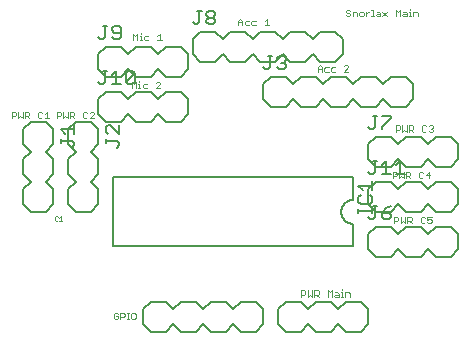
<source format=gto>
G75*
%MOIN*%
%OFA0B0*%
%FSLAX25Y25*%
%IPPOS*%
%LPD*%
%AMOC8*
5,1,8,0,0,1.08239X$1,22.5*
%
%ADD10C,0.00200*%
%ADD11C,0.00800*%
%ADD12C,0.00600*%
%ADD13C,0.00500*%
%ADD14C,0.00100*%
D10*
X0484433Y0077100D02*
X0484433Y0079302D01*
X0485534Y0079302D01*
X0485901Y0078935D01*
X0485901Y0078201D01*
X0485534Y0077834D01*
X0484433Y0077834D01*
X0486643Y0077100D02*
X0487377Y0077834D01*
X0488111Y0077100D01*
X0488111Y0079302D01*
X0488853Y0079302D02*
X0489954Y0079302D01*
X0490321Y0078935D01*
X0490321Y0078201D01*
X0489954Y0077834D01*
X0488853Y0077834D01*
X0488853Y0077100D02*
X0488853Y0079302D01*
X0489587Y0077834D02*
X0490321Y0077100D01*
X0493273Y0077467D02*
X0493640Y0077100D01*
X0494374Y0077100D01*
X0494741Y0077467D01*
X0495483Y0077100D02*
X0496951Y0077100D01*
X0496217Y0077100D02*
X0496217Y0079302D01*
X0495483Y0078568D01*
X0494741Y0078935D02*
X0494374Y0079302D01*
X0493640Y0079302D01*
X0493273Y0078935D01*
X0493273Y0077467D01*
X0499433Y0077100D02*
X0499433Y0079302D01*
X0500534Y0079302D01*
X0500901Y0078935D01*
X0500901Y0078201D01*
X0500534Y0077834D01*
X0499433Y0077834D01*
X0501643Y0077100D02*
X0502377Y0077834D01*
X0503111Y0077100D01*
X0503111Y0079302D01*
X0503853Y0079302D02*
X0504954Y0079302D01*
X0505321Y0078935D01*
X0505321Y0078201D01*
X0504954Y0077834D01*
X0503853Y0077834D01*
X0503853Y0077100D02*
X0503853Y0079302D01*
X0504587Y0077834D02*
X0505321Y0077100D01*
X0508273Y0077467D02*
X0508640Y0077100D01*
X0509374Y0077100D01*
X0509741Y0077467D01*
X0510483Y0077100D02*
X0511951Y0078568D01*
X0511951Y0078935D01*
X0511584Y0079302D01*
X0510850Y0079302D01*
X0510483Y0078935D01*
X0509741Y0078935D02*
X0509374Y0079302D01*
X0508640Y0079302D01*
X0508273Y0078935D01*
X0508273Y0077467D01*
X0510483Y0077100D02*
X0511951Y0077100D01*
X0501643Y0077100D02*
X0501643Y0079302D01*
X0486643Y0079302D02*
X0486643Y0077100D01*
X0524433Y0087100D02*
X0524433Y0089302D01*
X0525167Y0088568D01*
X0525901Y0089302D01*
X0525901Y0087100D01*
X0526643Y0087100D02*
X0527377Y0087100D01*
X0527010Y0087100D02*
X0527010Y0088568D01*
X0526643Y0088568D01*
X0527010Y0089302D02*
X0527010Y0089669D01*
X0528116Y0088201D02*
X0528116Y0087467D01*
X0528483Y0087100D01*
X0529584Y0087100D01*
X0529584Y0088568D02*
X0528483Y0088568D01*
X0528116Y0088201D01*
X0532536Y0088935D02*
X0532903Y0089302D01*
X0533637Y0089302D01*
X0534004Y0088935D01*
X0534004Y0088568D01*
X0532536Y0087100D01*
X0534004Y0087100D01*
X0586433Y0092600D02*
X0586433Y0094068D01*
X0587167Y0094802D01*
X0587901Y0094068D01*
X0587901Y0092600D01*
X0588643Y0092967D02*
X0589010Y0092600D01*
X0590111Y0092600D01*
X0590853Y0092967D02*
X0591220Y0092600D01*
X0592321Y0092600D01*
X0592321Y0094068D02*
X0591220Y0094068D01*
X0590853Y0093701D01*
X0590853Y0092967D01*
X0590111Y0094068D02*
X0589010Y0094068D01*
X0588643Y0093701D01*
X0588643Y0092967D01*
X0587901Y0093701D02*
X0586433Y0093701D01*
X0595273Y0094435D02*
X0595640Y0094802D01*
X0596374Y0094802D01*
X0596741Y0094435D01*
X0596741Y0094068D01*
X0595273Y0092600D01*
X0596741Y0092600D01*
X0534504Y0103100D02*
X0533036Y0103100D01*
X0533770Y0103100D02*
X0533770Y0105302D01*
X0533036Y0104568D01*
X0530084Y0104568D02*
X0528983Y0104568D01*
X0528616Y0104201D01*
X0528616Y0103467D01*
X0528983Y0103100D01*
X0530084Y0103100D01*
X0527877Y0103100D02*
X0527143Y0103100D01*
X0527510Y0103100D02*
X0527510Y0104568D01*
X0527143Y0104568D01*
X0527510Y0105302D02*
X0527510Y0105669D01*
X0526401Y0105302D02*
X0525667Y0104568D01*
X0524933Y0105302D01*
X0524933Y0103100D01*
X0526401Y0103100D02*
X0526401Y0105302D01*
X0559933Y0108100D02*
X0559933Y0109568D01*
X0560667Y0110302D01*
X0561401Y0109568D01*
X0561401Y0108100D01*
X0562143Y0108467D02*
X0562510Y0108100D01*
X0563611Y0108100D01*
X0564353Y0108467D02*
X0564720Y0108100D01*
X0565821Y0108100D01*
X0565821Y0109568D02*
X0564720Y0109568D01*
X0564353Y0109201D01*
X0564353Y0108467D01*
X0563611Y0109568D02*
X0562510Y0109568D01*
X0562143Y0109201D01*
X0562143Y0108467D01*
X0561401Y0109201D02*
X0559933Y0109201D01*
X0568773Y0109568D02*
X0569507Y0110302D01*
X0569507Y0108100D01*
X0568773Y0108100D02*
X0570241Y0108100D01*
X0595933Y0111467D02*
X0596300Y0111100D01*
X0597034Y0111100D01*
X0597401Y0111467D01*
X0597401Y0111834D01*
X0597034Y0112201D01*
X0596300Y0112201D01*
X0595933Y0112568D01*
X0595933Y0112935D01*
X0596300Y0113302D01*
X0597034Y0113302D01*
X0597401Y0112935D01*
X0598143Y0112568D02*
X0599244Y0112568D01*
X0599611Y0112201D01*
X0599611Y0111100D01*
X0600353Y0111467D02*
X0600720Y0111100D01*
X0601454Y0111100D01*
X0601821Y0111467D01*
X0601821Y0112201D01*
X0601454Y0112568D01*
X0600720Y0112568D01*
X0600353Y0112201D01*
X0600353Y0111467D01*
X0598143Y0111100D02*
X0598143Y0112568D01*
X0602563Y0112568D02*
X0602563Y0111100D01*
X0602563Y0111834D02*
X0603297Y0112568D01*
X0603664Y0112568D01*
X0604405Y0113302D02*
X0604772Y0113302D01*
X0604772Y0111100D01*
X0605138Y0111100D02*
X0604405Y0111100D01*
X0605878Y0111467D02*
X0606245Y0111834D01*
X0607346Y0111834D01*
X0607346Y0112201D02*
X0607346Y0111100D01*
X0606245Y0111100D01*
X0605878Y0111467D01*
X0606245Y0112568D02*
X0606979Y0112568D01*
X0607346Y0112201D01*
X0608088Y0112568D02*
X0609556Y0111100D01*
X0608088Y0111100D02*
X0609556Y0112568D01*
X0612507Y0113302D02*
X0613241Y0112568D01*
X0613975Y0113302D01*
X0613975Y0111100D01*
X0614717Y0111467D02*
X0615084Y0111100D01*
X0616185Y0111100D01*
X0616185Y0112201D01*
X0615818Y0112568D01*
X0615084Y0112568D01*
X0615084Y0111834D02*
X0616185Y0111834D01*
X0616927Y0112568D02*
X0617294Y0112568D01*
X0617294Y0111100D01*
X0616927Y0111100D02*
X0617661Y0111100D01*
X0618400Y0111100D02*
X0618400Y0112568D01*
X0619501Y0112568D01*
X0619868Y0112201D01*
X0619868Y0111100D01*
X0615084Y0111834D02*
X0614717Y0111467D01*
X0612507Y0111100D02*
X0612507Y0113302D01*
X0617294Y0113302D02*
X0617294Y0113669D01*
X0616853Y0074802D02*
X0617954Y0074802D01*
X0618321Y0074435D01*
X0618321Y0073701D01*
X0617954Y0073334D01*
X0616853Y0073334D01*
X0616853Y0072600D02*
X0616853Y0074802D01*
X0616111Y0074802D02*
X0616111Y0072600D01*
X0615377Y0073334D01*
X0614643Y0072600D01*
X0614643Y0074802D01*
X0613901Y0074435D02*
X0613901Y0073701D01*
X0613534Y0073334D01*
X0612433Y0073334D01*
X0612433Y0072600D02*
X0612433Y0074802D01*
X0613534Y0074802D01*
X0613901Y0074435D01*
X0617587Y0073334D02*
X0618321Y0072600D01*
X0621273Y0072967D02*
X0621640Y0072600D01*
X0622374Y0072600D01*
X0622741Y0072967D01*
X0623483Y0072967D02*
X0623850Y0072600D01*
X0624584Y0072600D01*
X0624951Y0072967D01*
X0624951Y0073334D01*
X0624584Y0073701D01*
X0624217Y0073701D01*
X0624584Y0073701D02*
X0624951Y0074068D01*
X0624951Y0074435D01*
X0624584Y0074802D01*
X0623850Y0074802D01*
X0623483Y0074435D01*
X0622741Y0074435D02*
X0622374Y0074802D01*
X0621640Y0074802D01*
X0621273Y0074435D01*
X0621273Y0072967D01*
X0621374Y0059302D02*
X0620640Y0059302D01*
X0620273Y0058935D01*
X0620273Y0057467D01*
X0620640Y0057100D01*
X0621374Y0057100D01*
X0621741Y0057467D01*
X0622483Y0058201D02*
X0623951Y0058201D01*
X0623584Y0057100D02*
X0623584Y0059302D01*
X0622483Y0058201D01*
X0621741Y0058935D02*
X0621374Y0059302D01*
X0617321Y0058935D02*
X0617321Y0058201D01*
X0616954Y0057834D01*
X0615853Y0057834D01*
X0615853Y0057100D02*
X0615853Y0059302D01*
X0616954Y0059302D01*
X0617321Y0058935D01*
X0616587Y0057834D02*
X0617321Y0057100D01*
X0615111Y0057100D02*
X0614377Y0057834D01*
X0613643Y0057100D01*
X0613643Y0059302D01*
X0612901Y0058935D02*
X0612901Y0058201D01*
X0612534Y0057834D01*
X0611433Y0057834D01*
X0611433Y0057100D02*
X0611433Y0059302D01*
X0612534Y0059302D01*
X0612901Y0058935D01*
X0615111Y0059302D02*
X0615111Y0057100D01*
X0615611Y0044302D02*
X0615611Y0042100D01*
X0614877Y0042834D01*
X0614143Y0042100D01*
X0614143Y0044302D01*
X0613401Y0043935D02*
X0613401Y0043201D01*
X0613034Y0042834D01*
X0611933Y0042834D01*
X0611933Y0042100D02*
X0611933Y0044302D01*
X0613034Y0044302D01*
X0613401Y0043935D01*
X0616353Y0044302D02*
X0617454Y0044302D01*
X0617821Y0043935D01*
X0617821Y0043201D01*
X0617454Y0042834D01*
X0616353Y0042834D01*
X0616353Y0042100D02*
X0616353Y0044302D01*
X0617087Y0042834D02*
X0617821Y0042100D01*
X0620773Y0042467D02*
X0621140Y0042100D01*
X0621874Y0042100D01*
X0622241Y0042467D01*
X0622983Y0042467D02*
X0623350Y0042100D01*
X0624084Y0042100D01*
X0624451Y0042467D01*
X0624451Y0043201D01*
X0624084Y0043568D01*
X0623717Y0043568D01*
X0622983Y0043201D01*
X0622983Y0044302D01*
X0624451Y0044302D01*
X0622241Y0043935D02*
X0621874Y0044302D01*
X0621140Y0044302D01*
X0620773Y0043935D01*
X0620773Y0042467D01*
X0594560Y0020169D02*
X0594560Y0019802D01*
X0594560Y0019068D02*
X0594560Y0017600D01*
X0594193Y0017600D02*
X0594927Y0017600D01*
X0595666Y0017600D02*
X0595666Y0019068D01*
X0596767Y0019068D01*
X0597134Y0018701D01*
X0597134Y0017600D01*
X0594560Y0019068D02*
X0594193Y0019068D01*
X0593451Y0018701D02*
X0593084Y0019068D01*
X0592350Y0019068D01*
X0592350Y0018334D02*
X0593451Y0018334D01*
X0593451Y0018701D02*
X0593451Y0017600D01*
X0592350Y0017600D01*
X0591983Y0017967D01*
X0592350Y0018334D01*
X0591241Y0017600D02*
X0591241Y0019802D01*
X0590507Y0019068D01*
X0589773Y0019802D01*
X0589773Y0017600D01*
X0586821Y0017600D02*
X0586087Y0018334D01*
X0586454Y0018334D02*
X0585353Y0018334D01*
X0585353Y0017600D02*
X0585353Y0019802D01*
X0586454Y0019802D01*
X0586821Y0019435D01*
X0586821Y0018701D01*
X0586454Y0018334D01*
X0584611Y0017600D02*
X0584611Y0019802D01*
X0583143Y0019802D02*
X0583143Y0017600D01*
X0583877Y0018334D01*
X0584611Y0017600D01*
X0582401Y0018701D02*
X0582034Y0018334D01*
X0580933Y0018334D01*
X0580933Y0017600D02*
X0580933Y0019802D01*
X0582034Y0019802D01*
X0582401Y0019435D01*
X0582401Y0018701D01*
X0525794Y0011935D02*
X0525794Y0010467D01*
X0525427Y0010100D01*
X0524693Y0010100D01*
X0524326Y0010467D01*
X0524326Y0011935D01*
X0524693Y0012302D01*
X0525427Y0012302D01*
X0525794Y0011935D01*
X0523587Y0012302D02*
X0522853Y0012302D01*
X0523220Y0012302D02*
X0523220Y0010100D01*
X0522853Y0010100D02*
X0523587Y0010100D01*
X0522111Y0011201D02*
X0521744Y0010834D01*
X0520643Y0010834D01*
X0520643Y0010100D02*
X0520643Y0012302D01*
X0521744Y0012302D01*
X0522111Y0011935D01*
X0522111Y0011201D01*
X0519901Y0011201D02*
X0519901Y0010467D01*
X0519534Y0010100D01*
X0518800Y0010100D01*
X0518433Y0010467D01*
X0518433Y0011935D01*
X0518800Y0012302D01*
X0519534Y0012302D01*
X0519901Y0011935D01*
X0519901Y0011201D02*
X0519167Y0011201D01*
D11*
X0528333Y0013500D02*
X0528333Y0008500D01*
X0530833Y0006000D01*
X0535833Y0006000D01*
X0538333Y0008500D01*
X0540833Y0006000D01*
X0545833Y0006000D01*
X0548333Y0008500D01*
X0550833Y0006000D01*
X0555833Y0006000D01*
X0558333Y0008500D01*
X0560833Y0006000D01*
X0565833Y0006000D01*
X0568333Y0008500D01*
X0568333Y0013500D01*
X0565833Y0016000D01*
X0560833Y0016000D01*
X0558333Y0013500D01*
X0555833Y0016000D01*
X0550833Y0016000D01*
X0548333Y0013500D01*
X0545833Y0016000D01*
X0540833Y0016000D01*
X0538333Y0013500D01*
X0535833Y0016000D01*
X0530833Y0016000D01*
X0528333Y0013500D01*
X0573333Y0013500D02*
X0573333Y0008500D01*
X0575833Y0006000D01*
X0580833Y0006000D01*
X0583333Y0008500D01*
X0585833Y0006000D01*
X0590833Y0006000D01*
X0593333Y0008500D01*
X0595833Y0006000D01*
X0600833Y0006000D01*
X0603333Y0008500D01*
X0603333Y0013500D01*
X0600833Y0016000D01*
X0595833Y0016000D01*
X0593333Y0013500D01*
X0590833Y0016000D01*
X0585833Y0016000D01*
X0583333Y0013500D01*
X0580833Y0016000D01*
X0575833Y0016000D01*
X0573333Y0013500D01*
X0603333Y0033500D02*
X0605833Y0031000D01*
X0610833Y0031000D01*
X0613333Y0033500D01*
X0615833Y0031000D01*
X0620833Y0031000D01*
X0623333Y0033500D01*
X0625833Y0031000D01*
X0630833Y0031000D01*
X0633333Y0033500D01*
X0633333Y0038500D01*
X0630833Y0041000D01*
X0625833Y0041000D01*
X0623333Y0038500D01*
X0620833Y0041000D01*
X0615833Y0041000D01*
X0613333Y0038500D01*
X0610833Y0041000D01*
X0605833Y0041000D01*
X0603333Y0038500D01*
X0603333Y0033500D01*
X0605833Y0046000D02*
X0610833Y0046000D01*
X0613333Y0048500D01*
X0615833Y0046000D01*
X0620833Y0046000D01*
X0623333Y0048500D01*
X0625833Y0046000D01*
X0630833Y0046000D01*
X0633333Y0048500D01*
X0633333Y0053500D01*
X0630833Y0056000D01*
X0625833Y0056000D01*
X0623333Y0053500D01*
X0620833Y0056000D01*
X0615833Y0056000D01*
X0613333Y0053500D01*
X0610833Y0056000D01*
X0605833Y0056000D01*
X0603333Y0053500D01*
X0603333Y0048500D01*
X0605833Y0046000D01*
X0605833Y0061000D02*
X0610833Y0061000D01*
X0613333Y0063500D01*
X0615833Y0061000D01*
X0620833Y0061000D01*
X0623333Y0063500D01*
X0625833Y0061000D01*
X0630833Y0061000D01*
X0633333Y0063500D01*
X0633333Y0068500D01*
X0630833Y0071000D01*
X0625833Y0071000D01*
X0623333Y0068500D01*
X0620833Y0071000D01*
X0615833Y0071000D01*
X0613333Y0068500D01*
X0610833Y0071000D01*
X0605833Y0071000D01*
X0603333Y0068500D01*
X0603333Y0063500D01*
X0605833Y0061000D01*
X0543333Y0078500D02*
X0540833Y0076000D01*
X0535833Y0076000D01*
X0533333Y0078500D01*
X0530833Y0076000D01*
X0525833Y0076000D01*
X0523333Y0078500D01*
X0520833Y0076000D01*
X0515833Y0076000D01*
X0513333Y0078500D01*
X0513333Y0083500D01*
X0515833Y0086000D01*
X0520833Y0086000D01*
X0523333Y0083500D01*
X0525833Y0086000D01*
X0530833Y0086000D01*
X0533333Y0083500D01*
X0535833Y0086000D01*
X0540833Y0086000D01*
X0543333Y0083500D01*
X0543333Y0078500D01*
X0568333Y0083500D02*
X0570833Y0081000D01*
X0575833Y0081000D01*
X0578333Y0083500D01*
X0580833Y0081000D01*
X0585833Y0081000D01*
X0588333Y0083500D01*
X0590833Y0081000D01*
X0595833Y0081000D01*
X0598333Y0083500D01*
X0600833Y0081000D01*
X0605833Y0081000D01*
X0608333Y0083500D01*
X0610833Y0081000D01*
X0615833Y0081000D01*
X0618333Y0083500D01*
X0618333Y0088500D01*
X0615833Y0091000D01*
X0610833Y0091000D01*
X0608333Y0088500D01*
X0605833Y0091000D01*
X0600833Y0091000D01*
X0598333Y0088500D01*
X0595833Y0091000D01*
X0590833Y0091000D01*
X0588333Y0088500D01*
X0585833Y0091000D01*
X0580833Y0091000D01*
X0578333Y0088500D01*
X0575833Y0091000D01*
X0570833Y0091000D01*
X0568333Y0088500D01*
X0568333Y0083500D01*
X0543333Y0093500D02*
X0540833Y0091000D01*
X0535833Y0091000D01*
X0533333Y0093500D01*
X0530833Y0091000D01*
X0525833Y0091000D01*
X0523333Y0093500D01*
X0520833Y0091000D01*
X0515833Y0091000D01*
X0513333Y0093500D01*
X0513333Y0098500D01*
X0515833Y0101000D01*
X0520833Y0101000D01*
X0523333Y0098500D01*
X0525833Y0101000D01*
X0530833Y0101000D01*
X0533333Y0098500D01*
X0535833Y0101000D01*
X0540833Y0101000D01*
X0543333Y0098500D01*
X0543333Y0093500D01*
X0547333Y0096000D02*
X0552333Y0096000D01*
X0554833Y0098500D01*
X0557333Y0096000D01*
X0562333Y0096000D01*
X0564833Y0098500D01*
X0567333Y0096000D01*
X0572333Y0096000D01*
X0574833Y0098500D01*
X0577333Y0096000D01*
X0582333Y0096000D01*
X0584833Y0098500D01*
X0587333Y0096000D01*
X0592333Y0096000D01*
X0594833Y0098500D01*
X0594833Y0103500D01*
X0592333Y0106000D01*
X0587333Y0106000D01*
X0584833Y0103500D01*
X0582333Y0106000D01*
X0577333Y0106000D01*
X0574833Y0103500D01*
X0572333Y0106000D01*
X0567333Y0106000D01*
X0564833Y0103500D01*
X0562333Y0106000D01*
X0557333Y0106000D01*
X0554833Y0103500D01*
X0552333Y0106000D01*
X0547333Y0106000D01*
X0544833Y0103500D01*
X0544833Y0098500D01*
X0547333Y0096000D01*
X0513333Y0073500D02*
X0510833Y0076000D01*
X0505833Y0076000D01*
X0503333Y0073500D01*
X0503333Y0068500D01*
X0505833Y0066000D01*
X0503333Y0063500D01*
X0503333Y0058500D01*
X0505833Y0056000D01*
X0503333Y0053500D01*
X0503333Y0048500D01*
X0505833Y0046000D01*
X0510833Y0046000D01*
X0513333Y0048500D01*
X0513333Y0053500D01*
X0510833Y0056000D01*
X0513333Y0058500D01*
X0513333Y0063500D01*
X0510833Y0066000D01*
X0513333Y0068500D01*
X0513333Y0073500D01*
X0498333Y0073500D02*
X0495833Y0076000D01*
X0490833Y0076000D01*
X0488333Y0073500D01*
X0488333Y0068500D01*
X0490833Y0066000D01*
X0488333Y0063500D01*
X0488333Y0058500D01*
X0490833Y0056000D01*
X0488333Y0053500D01*
X0488333Y0048500D01*
X0490833Y0046000D01*
X0495833Y0046000D01*
X0498333Y0048500D01*
X0498333Y0053500D01*
X0495833Y0056000D01*
X0498333Y0058500D01*
X0498333Y0063500D01*
X0495833Y0066000D01*
X0498333Y0068500D01*
X0498333Y0073500D01*
D12*
X0518333Y0057500D02*
X0518333Y0034500D01*
X0598333Y0034500D01*
X0598333Y0042000D01*
X0598207Y0042002D01*
X0598082Y0042008D01*
X0597957Y0042018D01*
X0597832Y0042032D01*
X0597707Y0042049D01*
X0597583Y0042071D01*
X0597460Y0042096D01*
X0597338Y0042126D01*
X0597217Y0042159D01*
X0597097Y0042196D01*
X0596978Y0042236D01*
X0596861Y0042281D01*
X0596744Y0042329D01*
X0596630Y0042381D01*
X0596517Y0042436D01*
X0596406Y0042495D01*
X0596297Y0042557D01*
X0596190Y0042623D01*
X0596085Y0042692D01*
X0595982Y0042764D01*
X0595881Y0042839D01*
X0595783Y0042918D01*
X0595688Y0043000D01*
X0595595Y0043084D01*
X0595505Y0043172D01*
X0595417Y0043262D01*
X0595333Y0043355D01*
X0595251Y0043450D01*
X0595172Y0043548D01*
X0595097Y0043649D01*
X0595025Y0043752D01*
X0594956Y0043857D01*
X0594890Y0043964D01*
X0594828Y0044073D01*
X0594769Y0044184D01*
X0594714Y0044297D01*
X0594662Y0044411D01*
X0594614Y0044528D01*
X0594569Y0044645D01*
X0594529Y0044764D01*
X0594492Y0044884D01*
X0594459Y0045005D01*
X0594429Y0045127D01*
X0594404Y0045250D01*
X0594382Y0045374D01*
X0594365Y0045499D01*
X0594351Y0045624D01*
X0594341Y0045749D01*
X0594335Y0045874D01*
X0594333Y0046000D01*
X0594335Y0046126D01*
X0594341Y0046251D01*
X0594351Y0046376D01*
X0594365Y0046501D01*
X0594382Y0046626D01*
X0594404Y0046750D01*
X0594429Y0046873D01*
X0594459Y0046995D01*
X0594492Y0047116D01*
X0594529Y0047236D01*
X0594569Y0047355D01*
X0594614Y0047472D01*
X0594662Y0047589D01*
X0594714Y0047703D01*
X0594769Y0047816D01*
X0594828Y0047927D01*
X0594890Y0048036D01*
X0594956Y0048143D01*
X0595025Y0048248D01*
X0595097Y0048351D01*
X0595172Y0048452D01*
X0595251Y0048550D01*
X0595333Y0048645D01*
X0595417Y0048738D01*
X0595505Y0048828D01*
X0595595Y0048916D01*
X0595688Y0049000D01*
X0595783Y0049082D01*
X0595881Y0049161D01*
X0595982Y0049236D01*
X0596085Y0049308D01*
X0596190Y0049377D01*
X0596297Y0049443D01*
X0596406Y0049505D01*
X0596517Y0049564D01*
X0596630Y0049619D01*
X0596744Y0049671D01*
X0596861Y0049719D01*
X0596978Y0049764D01*
X0597097Y0049804D01*
X0597217Y0049841D01*
X0597338Y0049874D01*
X0597460Y0049904D01*
X0597583Y0049929D01*
X0597707Y0049951D01*
X0597832Y0049968D01*
X0597957Y0049982D01*
X0598082Y0049992D01*
X0598207Y0049998D01*
X0598333Y0050000D01*
X0598333Y0057500D01*
X0518333Y0057500D01*
D13*
X0519533Y0067342D02*
X0520283Y0068093D01*
X0520283Y0068843D01*
X0519533Y0069594D01*
X0515779Y0069594D01*
X0515779Y0068843D02*
X0515779Y0070345D01*
X0516530Y0071946D02*
X0515779Y0072697D01*
X0515779Y0074198D01*
X0516530Y0074949D01*
X0517281Y0074949D01*
X0520283Y0071946D01*
X0520283Y0074949D01*
X0505283Y0074949D02*
X0505283Y0071946D01*
X0505283Y0073447D02*
X0500779Y0073447D01*
X0502281Y0071946D01*
X0500779Y0070345D02*
X0500779Y0068843D01*
X0500779Y0069594D02*
X0504533Y0069594D01*
X0505283Y0068843D01*
X0505283Y0068093D01*
X0504533Y0067342D01*
X0600079Y0054647D02*
X0601581Y0053146D01*
X0600830Y0051545D02*
X0600079Y0050794D01*
X0600079Y0049293D01*
X0600830Y0048542D01*
X0603833Y0048542D01*
X0604583Y0049293D01*
X0604583Y0050794D01*
X0603833Y0051545D01*
X0604583Y0053146D02*
X0604583Y0056149D01*
X0604785Y0058450D02*
X0604034Y0058450D01*
X0603283Y0059201D01*
X0604785Y0058450D02*
X0605535Y0059201D01*
X0605535Y0062954D01*
X0604785Y0062954D02*
X0606286Y0062954D01*
X0607887Y0061453D02*
X0609389Y0062954D01*
X0609389Y0058450D01*
X0610890Y0058450D02*
X0607887Y0058450D01*
X0612491Y0058450D02*
X0615494Y0058450D01*
X0613992Y0058450D02*
X0613992Y0062954D01*
X0612491Y0061453D01*
X0604583Y0054647D02*
X0600079Y0054647D01*
X0604785Y0047954D02*
X0606286Y0047954D01*
X0605535Y0047954D02*
X0605535Y0044201D01*
X0604785Y0043450D01*
X0604034Y0043450D01*
X0603283Y0044201D01*
X0604583Y0045473D02*
X0604583Y0046974D01*
X0604583Y0046223D02*
X0600079Y0046223D01*
X0600079Y0045473D02*
X0600079Y0046974D01*
X0607887Y0045702D02*
X0610139Y0045702D01*
X0610890Y0044951D01*
X0610890Y0044201D01*
X0610139Y0043450D01*
X0608638Y0043450D01*
X0607887Y0044201D01*
X0607887Y0045702D01*
X0609389Y0047203D01*
X0610890Y0047954D01*
X0607887Y0073450D02*
X0607887Y0074201D01*
X0610890Y0077203D01*
X0610890Y0077954D01*
X0607887Y0077954D01*
X0606286Y0077954D02*
X0604785Y0077954D01*
X0605535Y0077954D02*
X0605535Y0074201D01*
X0604785Y0073450D01*
X0604034Y0073450D01*
X0603283Y0074201D01*
X0525494Y0089201D02*
X0524743Y0088450D01*
X0523242Y0088450D01*
X0522491Y0089201D01*
X0525494Y0092203D01*
X0525494Y0089201D01*
X0522491Y0089201D02*
X0522491Y0092203D01*
X0523242Y0092954D01*
X0524743Y0092954D01*
X0525494Y0092203D01*
X0519389Y0092954D02*
X0519389Y0088450D01*
X0520890Y0088450D02*
X0517887Y0088450D01*
X0515535Y0089201D02*
X0514785Y0088450D01*
X0514034Y0088450D01*
X0513283Y0089201D01*
X0515535Y0089201D02*
X0515535Y0092954D01*
X0514785Y0092954D02*
X0516286Y0092954D01*
X0517887Y0091453D02*
X0519389Y0092954D01*
X0568283Y0094201D02*
X0569034Y0093450D01*
X0569785Y0093450D01*
X0570535Y0094201D01*
X0570535Y0097954D01*
X0569785Y0097954D02*
X0571286Y0097954D01*
X0572887Y0097203D02*
X0573638Y0097954D01*
X0575139Y0097954D01*
X0575890Y0097203D01*
X0575890Y0096453D01*
X0575139Y0095702D01*
X0575890Y0094951D01*
X0575890Y0094201D01*
X0575139Y0093450D01*
X0573638Y0093450D01*
X0572887Y0094201D01*
X0574389Y0095702D02*
X0575139Y0095702D01*
X0520890Y0104201D02*
X0520890Y0107203D01*
X0520139Y0107954D01*
X0518638Y0107954D01*
X0517887Y0107203D01*
X0517887Y0106453D01*
X0518638Y0105702D01*
X0520890Y0105702D01*
X0520890Y0104201D02*
X0520139Y0103450D01*
X0518638Y0103450D01*
X0517887Y0104201D01*
X0515535Y0104201D02*
X0515535Y0107954D01*
X0514785Y0107954D02*
X0516286Y0107954D01*
X0515535Y0104201D02*
X0514785Y0103450D01*
X0514034Y0103450D01*
X0513283Y0104201D01*
X0544783Y0109201D02*
X0545534Y0108450D01*
X0546285Y0108450D01*
X0547035Y0109201D01*
X0547035Y0112954D01*
X0546285Y0112954D02*
X0547786Y0112954D01*
X0549387Y0112203D02*
X0550138Y0112954D01*
X0551639Y0112954D01*
X0552390Y0112203D01*
X0552390Y0111453D01*
X0551639Y0110702D01*
X0550138Y0110702D01*
X0549387Y0111453D01*
X0549387Y0112203D01*
X0550138Y0110702D02*
X0549387Y0109951D01*
X0549387Y0109201D01*
X0550138Y0108450D01*
X0551639Y0108450D01*
X0552390Y0109201D01*
X0552390Y0109951D01*
X0551639Y0110702D01*
D14*
X0500857Y0044551D02*
X0500857Y0043050D01*
X0500357Y0043050D02*
X0501357Y0043050D01*
X0500357Y0044051D02*
X0500857Y0044551D01*
X0499884Y0044301D02*
X0499634Y0044551D01*
X0499134Y0044551D01*
X0498883Y0044301D01*
X0498883Y0043300D01*
X0499134Y0043050D01*
X0499634Y0043050D01*
X0499884Y0043300D01*
M02*

</source>
